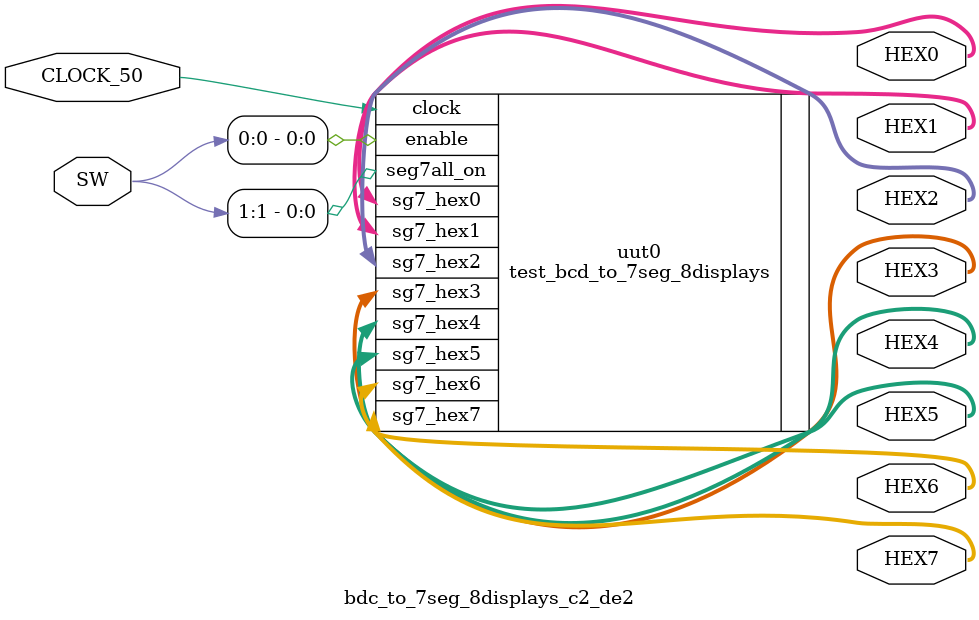
<source format=v>
/* 
@brief	bdc_to_7seg_8displays_c2_de2.v
@details	This example shows how to test the module BCD_TO_7SEG with eight 7-seg displays and a counter. 
			
			Every one second, the counter is increased and its value is shown on the eight 7-seg displays.


@return	N/A

@author	Manuel Caballero
@date		25/November/2024
@version	25/November/2024    The ORIGIN
@pre		This source code was tested on the Altera’s DE2 board.
@warning	N/A.
@pre		This code belongs to AqueronteBlog.
				- GitHub:  https://github.com/AqueronteBlog
            - YouTube: https://www.youtube.com/user/AqueronteBlog
            - X:       https://twitter.com/aqueronteblog
*/
module bdc_to_7seg_8displays_c2_de2 (
	input[1:0] SW,
	input CLOCK_50,
	output[6:0] HEX0, HEX1, HEX2, HEX3, HEX4, HEX5, HEX6, HEX7
);

	test_bcd_to_7seg_8displays uut0(.clock(CLOCK_50), .enable(SW[0]), .seg7all_on(SW[1]), .sg7_hex0(HEX0), .sg7_hex1(HEX1), .sg7_hex2(HEX2), .sg7_hex3(HEX3), .sg7_hex4(HEX4), .sg7_hex5(HEX5), .sg7_hex6(HEX6), .sg7_hex7(HEX7));
endmodule
</source>
